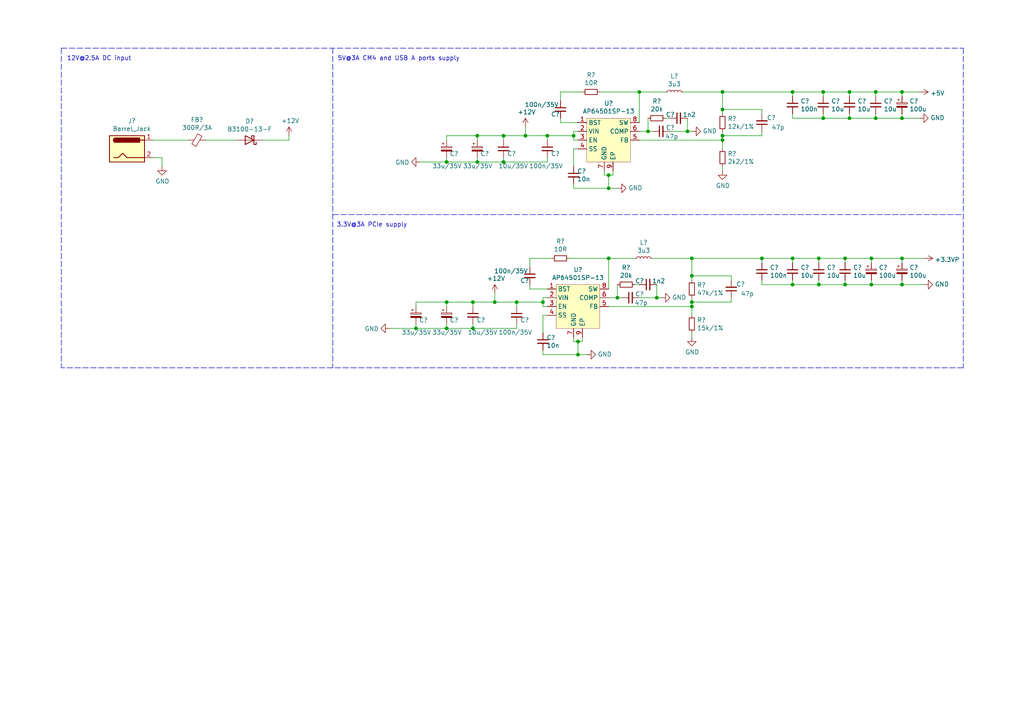
<source format=kicad_sch>
(kicad_sch (version 20201015) (generator eeschema)
  (paper "A4")
  (lib_symbols
    (symbol "Connector:Barrel_Jack" (pin_names (offset 1.016))
      (property "Reference" "J" (at 0 5.334 0))
      (property "Value" "Barrel_Jack" (at 0 -5.08 0))
      (symbol "Barrel_Jack_0_1"
        (arc (start -3.302 3.175) (end -3.302 1.905) (radius (at -3.302 2.54) (length 0.635) (angles 90.1 -90.1)) (stroke (width 0.254)) (fill (type outline)))
        (arc (start -3.302 3.175) (end -3.302 1.905) (radius (at -3.302 2.54) (length 0.635) (angles 90.1 -90.1)) (stroke (width 0.254)))
        (rectangle (start -5.08 3.81) (end 5.08 -3.81) (stroke (width 0.254)) (fill (type background)))
        (rectangle (start 3.683 3.175) (end -3.302 1.905) (stroke (width 0.254)) (fill (type outline)))
        (polyline (pts (xy 5.08 2.54) (xy 3.81 2.54)) (stroke (width 0.254)))
        (polyline (pts (xy -3.81 -2.54) (xy -2.54 -2.54) (xy -1.27 -1.27) (xy 0 -2.54) (xy 2.54 -2.54) (xy 5.08 -2.54)) (stroke (width 0.254)))
      )
      (symbol "Barrel_Jack_1_1"
        (pin passive line (at 7.62 2.54 180) (length 2.54) (name "~") (number "1"))
        (pin passive line (at 7.62 -2.54 180) (length 2.54) (name "~") (number "2"))
      )
    )
    (symbol "Device:CP_Small" (pin_numbers hide) (pin_names (offset 0.254) hide)
      (property "Reference" "C" (at 0.254 1.778 0))
      (property "Value" "CP_Small" (at 0.254 -2.032 0))
      (symbol "CP_Small_0_1"
        (rectangle (start -1.524 -0.3048) (end 1.524 -0.6858) (fill (type outline)))
        (rectangle (start -1.524 0.6858) (end 1.524 0.3048))
        (polyline (pts (xy -1.27 1.524) (xy -0.762 1.524)))
        (polyline (pts (xy -1.016 1.27) (xy -1.016 1.778)))
      )
      (symbol "CP_Small_1_1"
        (pin passive line (at 0 2.54 270) (length 1.8542) (name "~") (number "1"))
        (pin passive line (at 0 -2.54 90) (length 1.8542) (name "~") (number "2"))
      )
    )
    (symbol "Device:C_Small" (pin_numbers hide) (pin_names (offset 0.254) hide)
      (property "Reference" "C" (at 0.254 1.778 0))
      (property "Value" "C_Small" (at 0.254 -2.032 0))
      (symbol "C_Small_0_1"
        (polyline (pts (xy -1.524 -0.508) (xy 1.524 -0.508)) (stroke (width 0.3302)))
        (polyline (pts (xy -1.524 0.508) (xy 1.524 0.508)) (stroke (width 0.3048)))
      )
      (symbol "C_Small_1_1"
        (pin passive line (at 0 2.54 270) (length 2.032) (name "~") (number "1"))
        (pin passive line (at 0 -2.54 90) (length 2.032) (name "~") (number "2"))
      )
    )
    (symbol "Device:D_Schottky" (pin_numbers hide) (pin_names (offset 1.016) hide)
      (property "Reference" "D" (at 0 2.54 0))
      (property "Value" "D_Schottky" (at 0 -2.54 0))
      (symbol "D_Schottky_0_1"
        (polyline (pts (xy 1.27 0) (xy -1.27 0)))
        (polyline (pts (xy 1.27 1.27) (xy 1.27 -1.27) (xy -1.27 0) (xy 1.27 1.27)) (stroke (width 0.254)))
        (polyline (pts (xy -1.905 0.635) (xy -1.905 1.27) (xy -1.27 1.27) (xy -1.27 -1.27) (xy -0.635 -1.27) (xy -0.635 -0.635)) (stroke (width 0.254)))
      )
      (symbol "D_Schottky_1_1"
        (pin passive line (at -3.81 0 0) (length 2.54) (name "K") (number "1"))
        (pin passive line (at 3.81 0 180) (length 2.54) (name "A") (number "2"))
      )
    )
    (symbol "Device:Ferrite_Bead_Small" (pin_numbers hide) (pin_names (offset 0))
      (property "Reference" "FB" (at 1.905 1.27 0))
      (property "Value" "Ferrite_Bead_Small" (at 1.905 -1.27 0))
      (symbol "Ferrite_Bead_Small_0_1"
        (polyline (pts (xy 0 -1.27) (xy 0 -0.7874)))
        (polyline (pts (xy 0 0.889) (xy 0 1.2954)))
        (polyline (pts (xy -1.8288 0.2794) (xy -1.1176 1.4986) (xy 1.8288 -0.2032) (xy 1.1176 -1.4224) (xy -1.8288 0.2794)))
      )
      (symbol "Ferrite_Bead_Small_1_1"
        (pin passive line (at 0 2.54 270) (length 1.27) (name "~") (number "1"))
        (pin passive line (at 0 -2.54 90) (length 1.27) (name "~") (number "2"))
      )
    )
    (symbol "Device:L_Small" (pin_numbers hide) (pin_names (offset 0.254) hide)
      (property "Reference" "L" (at 0.762 1.016 0))
      (property "Value" "L_Small" (at 0.762 -1.016 0))
      (symbol "L_Small_0_1"
        (arc (start 0 -2.032) (end 0 -1.016) (radius (at 0 -1.524) (length 0.508) (angles -89.9 89.9)))
        (arc (start 0 -1.016) (end 0 0) (radius (at 0 -0.508) (length 0.508) (angles -89.9 89.9)))
        (arc (start 0 0) (end 0 1.016) (radius (at 0 0.508) (length 0.508) (angles -89.9 89.9)))
        (arc (start 0 1.016) (end 0 2.032) (radius (at 0 1.524) (length 0.508) (angles -89.9 89.9)))
      )
      (symbol "L_Small_1_1"
        (pin passive line (at 0 2.54 270) (length 0.508) (name "~") (number "1"))
        (pin passive line (at 0 -2.54 90) (length 0.508) (name "~") (number "2"))
      )
    )
    (symbol "Device:R_Small" (pin_numbers hide) (pin_names (offset 0.254) hide)
      (property "Reference" "R" (at 0.762 0.508 0))
      (property "Value" "R_Small" (at 0.762 -1.016 0))
      (symbol "R_Small_0_1"
        (rectangle (start -0.762 1.778) (end 0.762 -1.778) (stroke (width 0.2032)))
      )
      (symbol "R_Small_1_1"
        (pin passive line (at 0 2.54 270) (length 0.762) (name "~") (number "1"))
        (pin passive line (at 0 -2.54 90) (length 0.762) (name "~") (number "2"))
      )
    )
    (symbol "LightBlue:AP64501SP-13"
      (property "Reference" "U" (at 0 10.16 0))
      (property "Value" "AP64501SP-13" (at 0 7.62 0))
      (symbol "AP64501SP-13_0_1"
        (rectangle (start -6.35 6.35) (end 6.35 -6.35) (stroke (width 0.001)) (fill (type background)))
      )
      (symbol "AP64501SP-13_1_1"
        (pin passive line (at -8.89 5.08 0) (length 2.54) (name "BST") (number "1"))
        (pin power_in line (at -8.89 2.54 0) (length 2.54) (name "VIN") (number "2"))
        (pin input line (at -8.89 0 0) (length 2.54) (name "EN") (number "3"))
        (pin input line (at -8.89 -2.54 0) (length 2.54) (name "SS") (number "4"))
        (pin input line (at 8.89 0 180) (length 2.54) (name "FB") (number "5"))
        (pin input line (at 8.89 2.54 180) (length 2.54) (name "COMP") (number "6"))
        (pin input line (at -1.27 -8.89 90) (length 2.54) (name "GND") (number "7"))
        (pin input line (at 8.89 5.08 180) (length 2.54) (name "SW") (number "8"))
        (pin input line (at 1.27 -8.89 90) (length 2.54) (name "EP") (number "9"))
      )
    )
    (symbol "power:+12V" (power) (pin_names (offset 0))
      (property "Value" "+12V" (at 0 3.556 0))
      (symbol "+12V_0_1"
        (polyline (pts (xy -0.762 1.27) (xy 0 2.54)))
        (polyline (pts (xy 0 0) (xy 0 2.54)))
        (polyline (pts (xy 0 2.54) (xy 0.762 1.27)))
      )
      (symbol "+12V_1_1"
        (pin power_in line (at 0 0 90) (length 0) hide (name "+12V") (number "1"))
      )
    )
    (symbol "power:+3.3VP" (power) (pin_names (offset 0))
      (property "Value" "+3.3VP" (at 0 2.54 0))
      (symbol "+3.3VP_0_0"
        (pin power_in line (at 0 0 90) (length 0) hide (name "+3.3VP") (number "1"))
      )
      (symbol "+3.3VP_0_1"
        (polyline (pts (xy -0.762 1.27) (xy 0 2.54)))
        (polyline (pts (xy 0 0) (xy 0 2.54)))
        (polyline (pts (xy 0 2.54) (xy 0.762 1.27)))
      )
    )
    (symbol "power:+5V" (power) (pin_names (offset 0))
      (property "Value" "+5V" (at 0 3.556 0))
      (symbol "+5V_0_1"
        (polyline (pts (xy -0.762 1.27) (xy 0 2.54)))
        (polyline (pts (xy 0 0) (xy 0 2.54)))
        (polyline (pts (xy 0 2.54) (xy 0.762 1.27)))
      )
      (symbol "+5V_1_1"
        (pin power_in line (at 0 0 90) (length 0) hide (name "+5V") (number "1"))
      )
    )
    (symbol "power:GND" (power) (pin_names (offset 0))
      (property "Value" "GND" (at 0 -3.81 0))
      (symbol "GND_0_1"
        (polyline (pts (xy 0 0) (xy 0 -1.27) (xy 1.27 -1.27) (xy 0 -2.54) (xy -1.27 -1.27) (xy 0 -1.27)))
      )
      (symbol "GND_1_1"
        (pin power_in line (at 0 0 270) (length 0) hide (name "GND") (number "1"))
      )
    )
  )
  (junction (at 120.65 95.25) (diameter 0.9144))
  (junction (at 129.54 46.99) (diameter 0.9144))
  (junction (at 129.54 87.63) (diameter 0.9144))
  (junction (at 129.54 95.25) (diameter 0.9144))
  (junction (at 137.16 87.63) (diameter 0.9144))
  (junction (at 137.16 95.25) (diameter 0.9144))
  (junction (at 138.43 39.37) (diameter 0.9144))
  (junction (at 138.43 46.99) (diameter 0.9144))
  (junction (at 143.51 87.63) (diameter 0.9144))
  (junction (at 146.05 39.37) (diameter 0.9144))
  (junction (at 146.05 46.99) (diameter 0.9144))
  (junction (at 149.86 87.63) (diameter 0.9144))
  (junction (at 152.4 39.37) (diameter 0.9144))
  (junction (at 157.48 87.63) (diameter 0.9144))
  (junction (at 158.75 39.37) (diameter 0.9144))
  (junction (at 166.37 39.37) (diameter 0.9144))
  (junction (at 167.64 99.06) (diameter 0.9144))
  (junction (at 167.64 102.87) (diameter 0.9144))
  (junction (at 176.53 50.8) (diameter 0.9144))
  (junction (at 176.53 54.61) (diameter 0.9144))
  (junction (at 176.53 74.93) (diameter 0.9144))
  (junction (at 179.07 86.36) (diameter 0.9144))
  (junction (at 185.42 26.67) (diameter 0.9144))
  (junction (at 187.96 38.1) (diameter 0.9144))
  (junction (at 190.5 86.36) (diameter 0.9144))
  (junction (at 199.39 38.1) (diameter 0.9144))
  (junction (at 200.66 74.93) (diameter 0.9144))
  (junction (at 200.66 80.01) (diameter 0.9144))
  (junction (at 200.66 87.63) (diameter 0.9144))
  (junction (at 200.66 88.9) (diameter 0.9144))
  (junction (at 209.55 26.67) (diameter 0.9144))
  (junction (at 209.55 31.75) (diameter 0.9144))
  (junction (at 209.55 39.37) (diameter 0.9144))
  (junction (at 209.55 40.64) (diameter 0.9144))
  (junction (at 220.98 74.93) (diameter 0.9144))
  (junction (at 229.87 26.67) (diameter 0.9144))
  (junction (at 229.87 74.93) (diameter 0.9144))
  (junction (at 229.87 82.55) (diameter 0.9144))
  (junction (at 237.49 74.93) (diameter 0.9144))
  (junction (at 237.49 82.55) (diameter 0.9144))
  (junction (at 238.76 26.67) (diameter 0.9144))
  (junction (at 238.76 34.29) (diameter 0.9144))
  (junction (at 245.11 74.93) (diameter 0.9144))
  (junction (at 245.11 82.55) (diameter 0.9144))
  (junction (at 246.38 26.67) (diameter 0.9144))
  (junction (at 246.38 34.29) (diameter 0.9144))
  (junction (at 252.73 74.93) (diameter 0.9144))
  (junction (at 252.73 82.55) (diameter 0.9144))
  (junction (at 254 26.67) (diameter 0.9144))
  (junction (at 254 34.29) (diameter 0.9144))
  (junction (at 261.62 26.67) (diameter 0.9144))
  (junction (at 261.62 34.29) (diameter 0.9144))
  (junction (at 261.62 74.93) (diameter 0.9144))
  (junction (at 261.62 82.55) (diameter 0.9144))
  (wire (pts (xy 44.45 40.64) (xy 54.61 40.64)))
  (wire (pts (xy 44.45 45.72) (xy 46.99 45.72)))
  (wire (pts (xy 46.99 45.72) (xy 46.99 48.26)))
  (wire (pts (xy 59.69 40.64) (xy 68.58 40.64)))
  (wire (pts (xy 76.2 40.64) (xy 83.82 40.64)))
  (wire (pts (xy 83.82 39.37) (xy 83.82 40.64)))
  (wire (pts (xy 113.03 95.25) (xy 120.65 95.25)))
  (wire (pts (xy 120.65 87.63) (xy 120.65 88.9)))
  (wire (pts (xy 120.65 93.98) (xy 120.65 95.25)))
  (wire (pts (xy 120.65 95.25) (xy 129.54 95.25)))
  (wire (pts (xy 121.92 46.99) (xy 129.54 46.99)))
  (wire (pts (xy 129.54 39.37) (xy 129.54 40.64)))
  (wire (pts (xy 129.54 45.72) (xy 129.54 46.99)))
  (wire (pts (xy 129.54 46.99) (xy 138.43 46.99)))
  (wire (pts (xy 129.54 87.63) (xy 120.65 87.63)))
  (wire (pts (xy 129.54 87.63) (xy 129.54 88.9)))
  (wire (pts (xy 129.54 93.98) (xy 129.54 95.25)))
  (wire (pts (xy 129.54 95.25) (xy 137.16 95.25)))
  (wire (pts (xy 137.16 87.63) (xy 129.54 87.63)))
  (wire (pts (xy 137.16 87.63) (xy 137.16 88.9)))
  (wire (pts (xy 137.16 93.98) (xy 137.16 95.25)))
  (wire (pts (xy 137.16 95.25) (xy 149.86 95.25)))
  (wire (pts (xy 138.43 39.37) (xy 129.54 39.37)))
  (wire (pts (xy 138.43 39.37) (xy 138.43 40.64)))
  (wire (pts (xy 138.43 45.72) (xy 138.43 46.99)))
  (wire (pts (xy 138.43 46.99) (xy 146.05 46.99)))
  (wire (pts (xy 143.51 85.09) (xy 143.51 87.63)))
  (wire (pts (xy 143.51 87.63) (xy 137.16 87.63)))
  (wire (pts (xy 146.05 39.37) (xy 138.43 39.37)))
  (wire (pts (xy 146.05 39.37) (xy 146.05 40.64)))
  (wire (pts (xy 146.05 45.72) (xy 146.05 46.99)))
  (wire (pts (xy 146.05 46.99) (xy 158.75 46.99)))
  (wire (pts (xy 149.86 87.63) (xy 143.51 87.63)))
  (wire (pts (xy 149.86 87.63) (xy 149.86 88.9)))
  (wire (pts (xy 149.86 93.98) (xy 149.86 95.25)))
  (wire (pts (xy 152.4 36.83) (xy 152.4 39.37)))
  (wire (pts (xy 152.4 39.37) (xy 146.05 39.37)))
  (wire (pts (xy 153.67 74.93) (xy 160.02 74.93)))
  (wire (pts (xy 153.67 77.47) (xy 153.67 74.93)))
  (wire (pts (xy 153.67 83.82) (xy 153.67 82.55)))
  (wire (pts (xy 157.48 86.36) (xy 158.75 86.36)))
  (wire (pts (xy 157.48 87.63) (xy 149.86 87.63)))
  (wire (pts (xy 157.48 87.63) (xy 157.48 86.36)))
  (wire (pts (xy 157.48 88.9) (xy 157.48 87.63)))
  (wire (pts (xy 157.48 91.44) (xy 157.48 96.52)))
  (wire (pts (xy 157.48 101.6) (xy 157.48 102.87)))
  (wire (pts (xy 157.48 102.87) (xy 167.64 102.87)))
  (wire (pts (xy 158.75 39.37) (xy 152.4 39.37)))
  (wire (pts (xy 158.75 39.37) (xy 158.75 40.64)))
  (wire (pts (xy 158.75 45.72) (xy 158.75 46.99)))
  (wire (pts (xy 158.75 83.82) (xy 153.67 83.82)))
  (wire (pts (xy 158.75 88.9) (xy 157.48 88.9)))
  (wire (pts (xy 158.75 91.44) (xy 157.48 91.44)))
  (wire (pts (xy 162.56 26.67) (xy 168.91 26.67)))
  (wire (pts (xy 162.56 29.21) (xy 162.56 26.67)))
  (wire (pts (xy 162.56 35.56) (xy 162.56 34.29)))
  (wire (pts (xy 165.1 74.93) (xy 176.53 74.93)))
  (wire (pts (xy 166.37 38.1) (xy 167.64 38.1)))
  (wire (pts (xy 166.37 39.37) (xy 158.75 39.37)))
  (wire (pts (xy 166.37 39.37) (xy 166.37 38.1)))
  (wire (pts (xy 166.37 40.64) (xy 166.37 39.37)))
  (wire (pts (xy 166.37 43.18) (xy 166.37 48.26)))
  (wire (pts (xy 166.37 53.34) (xy 166.37 54.61)))
  (wire (pts (xy 166.37 54.61) (xy 176.53 54.61)))
  (wire (pts (xy 166.37 97.79) (xy 166.37 99.06)))
  (wire (pts (xy 166.37 99.06) (xy 167.64 99.06)))
  (wire (pts (xy 167.64 35.56) (xy 162.56 35.56)))
  (wire (pts (xy 167.64 40.64) (xy 166.37 40.64)))
  (wire (pts (xy 167.64 43.18) (xy 166.37 43.18)))
  (wire (pts (xy 167.64 99.06) (xy 168.91 99.06)))
  (wire (pts (xy 167.64 102.87) (xy 167.64 99.06)))
  (wire (pts (xy 167.64 102.87) (xy 170.18 102.87)))
  (wire (pts (xy 168.91 99.06) (xy 168.91 97.79)))
  (wire (pts (xy 173.99 26.67) (xy 185.42 26.67)))
  (wire (pts (xy 175.26 49.53) (xy 175.26 50.8)))
  (wire (pts (xy 175.26 50.8) (xy 176.53 50.8)))
  (wire (pts (xy 176.53 50.8) (xy 177.8 50.8)))
  (wire (pts (xy 176.53 54.61) (xy 176.53 50.8)))
  (wire (pts (xy 176.53 54.61) (xy 179.07 54.61)))
  (wire (pts (xy 176.53 74.93) (xy 184.15 74.93)))
  (wire (pts (xy 176.53 83.82) (xy 176.53 74.93)))
  (wire (pts (xy 176.53 86.36) (xy 179.07 86.36)))
  (wire (pts (xy 176.53 88.9) (xy 200.66 88.9)))
  (wire (pts (xy 177.8 50.8) (xy 177.8 49.53)))
  (wire (pts (xy 179.07 82.55) (xy 179.07 86.36)))
  (wire (pts (xy 179.07 86.36) (xy 180.34 86.36)))
  (wire (pts (xy 184.15 82.55) (xy 185.42 82.55)))
  (wire (pts (xy 185.42 26.67) (xy 193.04 26.67)))
  (wire (pts (xy 185.42 35.56) (xy 185.42 26.67)))
  (wire (pts (xy 185.42 38.1) (xy 187.96 38.1)))
  (wire (pts (xy 185.42 40.64) (xy 209.55 40.64)))
  (wire (pts (xy 187.96 34.29) (xy 187.96 38.1)))
  (wire (pts (xy 187.96 38.1) (xy 189.23 38.1)))
  (wire (pts (xy 189.23 74.93) (xy 200.66 74.93)))
  (wire (pts (xy 190.5 82.55) (xy 190.5 86.36)))
  (wire (pts (xy 190.5 86.36) (xy 185.42 86.36)))
  (wire (pts (xy 190.5 86.36) (xy 191.77 86.36)))
  (wire (pts (xy 193.04 34.29) (xy 194.31 34.29)))
  (wire (pts (xy 198.12 26.67) (xy 209.55 26.67)))
  (wire (pts (xy 199.39 34.29) (xy 199.39 38.1)))
  (wire (pts (xy 199.39 38.1) (xy 194.31 38.1)))
  (wire (pts (xy 199.39 38.1) (xy 200.66 38.1)))
  (wire (pts (xy 200.66 74.93) (xy 200.66 80.01)))
  (wire (pts (xy 200.66 74.93) (xy 220.98 74.93)))
  (wire (pts (xy 200.66 80.01) (xy 200.66 81.28)))
  (wire (pts (xy 200.66 80.01) (xy 212.09 80.01)))
  (wire (pts (xy 200.66 87.63) (xy 200.66 86.36)))
  (wire (pts (xy 200.66 87.63) (xy 212.09 87.63)))
  (wire (pts (xy 200.66 88.9) (xy 200.66 87.63)))
  (wire (pts (xy 200.66 88.9) (xy 200.66 91.44)))
  (wire (pts (xy 200.66 96.52) (xy 200.66 97.79)))
  (wire (pts (xy 209.55 26.67) (xy 209.55 31.75)))
  (wire (pts (xy 209.55 26.67) (xy 229.87 26.67)))
  (wire (pts (xy 209.55 31.75) (xy 209.55 33.02)))
  (wire (pts (xy 209.55 31.75) (xy 220.98 31.75)))
  (wire (pts (xy 209.55 39.37) (xy 209.55 38.1)))
  (wire (pts (xy 209.55 39.37) (xy 220.98 39.37)))
  (wire (pts (xy 209.55 40.64) (xy 209.55 39.37)))
  (wire (pts (xy 209.55 40.64) (xy 209.55 43.18)))
  (wire (pts (xy 209.55 48.26) (xy 209.55 49.53)))
  (wire (pts (xy 212.09 81.28) (xy 212.09 80.01)))
  (wire (pts (xy 212.09 86.36) (xy 212.09 87.63)))
  (wire (pts (xy 220.98 33.02) (xy 220.98 31.75)))
  (wire (pts (xy 220.98 38.1) (xy 220.98 39.37)))
  (wire (pts (xy 220.98 74.93) (xy 220.98 76.2)))
  (wire (pts (xy 220.98 74.93) (xy 229.87 74.93)))
  (wire (pts (xy 220.98 81.28) (xy 220.98 82.55)))
  (wire (pts (xy 220.98 82.55) (xy 229.87 82.55)))
  (wire (pts (xy 229.87 26.67) (xy 229.87 27.94)))
  (wire (pts (xy 229.87 26.67) (xy 238.76 26.67)))
  (wire (pts (xy 229.87 33.02) (xy 229.87 34.29)))
  (wire (pts (xy 229.87 34.29) (xy 238.76 34.29)))
  (wire (pts (xy 229.87 74.93) (xy 229.87 76.2)))
  (wire (pts (xy 229.87 74.93) (xy 237.49 74.93)))
  (wire (pts (xy 229.87 81.28) (xy 229.87 82.55)))
  (wire (pts (xy 229.87 82.55) (xy 237.49 82.55)))
  (wire (pts (xy 237.49 74.93) (xy 237.49 76.2)))
  (wire (pts (xy 237.49 74.93) (xy 245.11 74.93)))
  (wire (pts (xy 237.49 81.28) (xy 237.49 82.55)))
  (wire (pts (xy 237.49 82.55) (xy 245.11 82.55)))
  (wire (pts (xy 238.76 26.67) (xy 238.76 27.94)))
  (wire (pts (xy 238.76 26.67) (xy 246.38 26.67)))
  (wire (pts (xy 238.76 33.02) (xy 238.76 34.29)))
  (wire (pts (xy 238.76 34.29) (xy 246.38 34.29)))
  (wire (pts (xy 245.11 74.93) (xy 245.11 76.2)))
  (wire (pts (xy 245.11 74.93) (xy 252.73 74.93)))
  (wire (pts (xy 245.11 81.28) (xy 245.11 82.55)))
  (wire (pts (xy 245.11 82.55) (xy 252.73 82.55)))
  (wire (pts (xy 246.38 26.67) (xy 246.38 27.94)))
  (wire (pts (xy 246.38 26.67) (xy 254 26.67)))
  (wire (pts (xy 246.38 33.02) (xy 246.38 34.29)))
  (wire (pts (xy 246.38 34.29) (xy 254 34.29)))
  (wire (pts (xy 252.73 74.93) (xy 261.62 74.93)))
  (wire (pts (xy 252.73 76.2) (xy 252.73 74.93)))
  (wire (pts (xy 252.73 81.28) (xy 252.73 82.55)))
  (wire (pts (xy 252.73 82.55) (xy 261.62 82.55)))
  (wire (pts (xy 254 26.67) (xy 254 27.94)))
  (wire (pts (xy 254 26.67) (xy 261.62 26.67)))
  (wire (pts (xy 254 33.02) (xy 254 34.29)))
  (wire (pts (xy 254 34.29) (xy 261.62 34.29)))
  (wire (pts (xy 261.62 26.67) (xy 266.7 26.67)))
  (wire (pts (xy 261.62 27.94) (xy 261.62 26.67)))
  (wire (pts (xy 261.62 33.02) (xy 261.62 34.29)))
  (wire (pts (xy 261.62 34.29) (xy 266.7 34.29)))
  (wire (pts (xy 261.62 74.93) (xy 267.97 74.93)))
  (wire (pts (xy 261.62 76.2) (xy 261.62 74.93)))
  (wire (pts (xy 261.62 81.28) (xy 261.62 82.55)))
  (wire (pts (xy 261.62 82.55) (xy 267.97 82.55)))
  (polyline (pts (xy 17.78 13.97) (xy 17.78 106.68)) (stroke (width 0) (type dash)))
  (polyline (pts (xy 17.78 13.97) (xy 279.4 13.97)) (stroke (width 0) (type dash)))
  (polyline (pts (xy 96.52 13.97) (xy 96.52 106.68)) (stroke (width 0) (type dash)))
  (polyline (pts (xy 96.52 62.23) (xy 279.4 62.23)) (stroke (width 0) (type dash)))
  (polyline (pts (xy 279.4 13.97) (xy 279.4 106.68)) (stroke (width 0) (type dash)))
  (polyline (pts (xy 279.4 106.68) (xy 17.78 106.68)) (stroke (width 0) (type dash)))
  (text "12V@2.5A DC input" (at 38.1 17.78 180) (effects (font (size 1.27 1.27)) (justify right bottom)))
  (text "3.3V@3A PCIe supply" (at 118.11 66.04 180) (effects (font (size 1.27 1.27)) (justify right bottom)))
  (text "5V@3A CM4 and USB A ports supply" (at 133.35 17.78 180) (effects (font (size 1.27 1.27)) (justify right bottom)))
  (symbol (lib_id "Device:L_Small") (at 186.69 74.93 90) (unit 1)
    (property "Reference" "L?" (at 186.69 70.3388 90))
    (property "Value" "3u3" (at 186.69 72.638 90))
  )
  (symbol (lib_id "Device:L_Small") (at 195.58 26.67 90) (unit 1)
    (property "Reference" "L?" (at 195.58 22.0788 90))
    (property "Value" "3u3" (at 195.58 24.378 90))
  )
  (symbol (lib_id "power:+12V") (at 83.82 39.37 0) (unit 1)
    (property "Reference" "#PWR0204" (effects hide))
    (property "Value" "+12V" (at 84.1883 35.0456 0))
  )
  (symbol (lib_id "power:+12V") (at 143.51 85.09 0) (unit 1)
    (property "Reference" "#PWR0202" (effects hide))
    (property "Value" "+12V" (at 143.8783 80.7656 0))
  )
  (symbol (lib_id "power:+12V") (at 152.4 36.83 0) (unit 1)
    (property "Reference" "#PWR0190" (effects hide))
    (property "Value" "+12V" (at 152.7683 32.5056 0))
  )
  (symbol (lib_id "power:+5V") (at 266.7 26.67 270) (unit 1)
    (property "Reference" "#PWR0196" (effects hide))
    (property "Value" "+5V" (at 269.8751 27.0383 90) (effects (justify left)))
  )
  (symbol (lib_id "power:+3.3VP") (at 267.97 74.93 270) (unit 1)
    (property "Reference" "#PWR0194" (effects hide))
    (property "Value" "+3.3VP" (at 271.1451 75.2983 90) (effects (justify left)))
  )
  (symbol (lib_id "power:GND") (at 46.99 48.26 0) (unit 1)
    (property "Reference" "#PWR0205" (effects hide))
    (property "Value" "GND" (at 47.1043 52.5844 0))
  )
  (symbol (lib_id "power:GND") (at 113.03 95.25 270) (unit 1)
    (property "Reference" "#PWR0203" (effects hide))
    (property "Value" "GND" (at 109.855 95.3643 90) (effects (justify right)))
  )
  (symbol (lib_id "power:GND") (at 121.92 46.99 270) (unit 1)
    (property "Reference" "#PWR0198" (effects hide))
    (property "Value" "GND" (at 118.745 47.1043 90) (effects (justify right)))
  )
  (symbol (lib_id "power:GND") (at 170.18 102.87 90) (unit 1)
    (property "Reference" "#PWR0200" (effects hide))
    (property "Value" "GND" (at 173.3551 102.7557 90) (effects (justify right)))
  )
  (symbol (lib_id "power:GND") (at 179.07 54.61 90) (unit 1)
    (property "Reference" "#PWR0193" (effects hide))
    (property "Value" "GND" (at 182.2451 54.4957 90) (effects (justify right)))
  )
  (symbol (lib_id "power:GND") (at 191.77 86.36 90) (unit 1)
    (property "Reference" "#PWR0192" (effects hide))
    (property "Value" "GND" (at 194.9451 86.2457 90) (effects (justify right)))
  )
  (symbol (lib_id "power:GND") (at 200.66 38.1 90) (unit 1)
    (property "Reference" "#PWR0191" (effects hide))
    (property "Value" "GND" (at 203.8351 37.9857 90) (effects (justify right)))
  )
  (symbol (lib_id "power:GND") (at 200.66 97.79 0) (unit 1)
    (property "Reference" "#PWR0199" (effects hide))
    (property "Value" "GND" (at 200.7743 102.1144 0))
  )
  (symbol (lib_id "power:GND") (at 209.55 49.53 0) (unit 1)
    (property "Reference" "#PWR0201" (effects hide))
    (property "Value" "GND" (at 209.6643 53.8544 0))
  )
  (symbol (lib_id "power:GND") (at 266.7 34.29 90) (unit 1)
    (property "Reference" "#PWR0197" (effects hide))
    (property "Value" "GND" (at 269.8751 34.1757 90) (effects (justify right)))
  )
  (symbol (lib_id "power:GND") (at 267.97 82.55 90) (unit 1)
    (property "Reference" "#PWR0195" (effects hide))
    (property "Value" "GND" (at 271.1451 82.4357 90) (effects (justify right)))
  )
  (symbol (lib_id "Device:R_Small") (at 162.56 74.93 90) (unit 1)
    (property "Reference" "R?" (at 162.56 69.9832 90))
    (property "Value" "10R" (at 162.56 72.282 90))
  )
  (symbol (lib_id "Device:R_Small") (at 171.45 26.67 90) (unit 1)
    (property "Reference" "R?" (at 171.45 21.7232 90))
    (property "Value" "10R" (at 171.45 24.022 90))
  )
  (symbol (lib_id "Device:R_Small") (at 181.61 82.55 90) (unit 1)
    (property "Reference" "R?" (at 181.61 77.6032 90))
    (property "Value" "20k" (at 181.61 79.902 90))
  )
  (symbol (lib_id "Device:R_Small") (at 190.5 34.29 90) (unit 1)
    (property "Reference" "R?" (at 190.5 29.3432 90))
    (property "Value" "20k" (at 190.5 31.642 90))
  )
  (symbol (lib_id "Device:R_Small") (at 200.66 83.82 180) (unit 1)
    (property "Reference" "R?" (at 202.1587 82.6706 0) (effects (justify right)))
    (property "Value" "47k/1%" (at 202.159 84.969 0) (effects (justify right)))
  )
  (symbol (lib_id "Device:R_Small") (at 200.66 93.98 180) (unit 1)
    (property "Reference" "R?" (at 202.1587 92.8306 0) (effects (justify right)))
    (property "Value" "15k/1%" (at 202.159 95.129 0) (effects (justify right)))
  )
  (symbol (lib_id "Device:R_Small") (at 209.55 35.56 180) (unit 1)
    (property "Reference" "R?" (at 211.0487 34.4106 0) (effects (justify right)))
    (property "Value" "12k/1%" (at 211.049 36.709 0) (effects (justify right)))
  )
  (symbol (lib_id "Device:R_Small") (at 209.55 45.72 180) (unit 1)
    (property "Reference" "R?" (at 211.0487 44.5706 0) (effects (justify right)))
    (property "Value" "2k2/1%" (at 211.049 46.869 0) (effects (justify right)))
  )
  (symbol (lib_id "Device:CP_Small") (at 120.65 91.44 0) (unit 1)
    (property "Reference" "C?" (at 121.5391 92.8306 0) (effects (justify left)))
    (property "Value" "33u/35V" (at 116.459 96.399 0) (effects (justify left)))
  )
  (symbol (lib_id "Device:CP_Small") (at 129.54 43.18 0) (unit 1)
    (property "Reference" "C?" (at 130.4291 44.5706 0) (effects (justify left)))
    (property "Value" "33u/35V" (at 125.349 48.139 0) (effects (justify left)))
  )
  (symbol (lib_id "Device:CP_Small") (at 129.54 91.44 0) (unit 1)
    (property "Reference" "C?" (at 130.4291 92.8306 0) (effects (justify left)))
    (property "Value" "33u/35V" (at 125.349 96.399 0) (effects (justify left)))
  )
  (symbol (lib_id "Device:CP_Small") (at 138.43 43.18 0) (unit 1)
    (property "Reference" "C?" (at 139.3191 44.5706 0) (effects (justify left)))
    (property "Value" "33u/35V" (at 134.239 48.139 0) (effects (justify left)))
  )
  (symbol (lib_id "Device:CP_Small") (at 252.73 78.74 0) (unit 1)
    (property "Reference" "C?" (at 254.8891 77.5906 0) (effects (justify left)))
    (property "Value" "100u" (at 254.889 79.889 0) (effects (justify left)))
  )
  (symbol (lib_id "Device:CP_Small") (at 261.62 30.48 0) (unit 1)
    (property "Reference" "C?" (at 263.7791 29.3306 0) (effects (justify left)))
    (property "Value" "100u" (at 263.779 31.629 0) (effects (justify left)))
  )
  (symbol (lib_id "Device:CP_Small") (at 261.62 78.74 0) (unit 1)
    (property "Reference" "C?" (at 263.7791 77.5906 0) (effects (justify left)))
    (property "Value" "100u" (at 263.779 79.889 0) (effects (justify left)))
  )
  (symbol (lib_id "Device:C_Small") (at 137.16 91.44 0) (unit 1)
    (property "Reference" "C?" (at 138.2142 92.8306 0) (effects (justify left)))
    (property "Value" "10u/35V" (at 135.674 96.399 0) (effects (justify left)))
  )
  (symbol (lib_id "Device:C_Small") (at 146.05 43.18 0) (unit 1)
    (property "Reference" "C?" (at 147.1042 44.5706 0) (effects (justify left)))
    (property "Value" "10u/35V" (at 144.564 48.139 0) (effects (justify left)))
  )
  (symbol (lib_id "Device:C_Small") (at 149.86 91.44 0) (unit 1)
    (property "Reference" "C?" (at 150.9142 92.8306 0) (effects (justify left)))
    (property "Value" "100n/35V" (at 144.564 96.399 0) (effects (justify left)))
  )
  (symbol (lib_id "Device:C_Small") (at 153.67 80.01 0) (unit 1)
    (property "Reference" "C?" (at 150.9142 81.4006 0) (effects (justify left)))
    (property "Value" "100n/35V" (at 143.294 78.619 0) (effects (justify left)))
  )
  (symbol (lib_id "Device:C_Small") (at 157.48 99.06 0) (unit 1)
    (property "Reference" "C?" (at 158.5342 97.9106 0) (effects (justify left)))
    (property "Value" "10n" (at 158.534 100.209 0) (effects (justify left)))
  )
  (symbol (lib_id "Device:C_Small") (at 158.75 43.18 0) (unit 1)
    (property "Reference" "C?" (at 159.8042 44.5706 0) (effects (justify left)))
    (property "Value" "100n/35V" (at 153.454 48.139 0) (effects (justify left)))
  )
  (symbol (lib_id "Device:C_Small") (at 162.56 31.75 0) (unit 1)
    (property "Reference" "C?" (at 159.8042 33.1406 0) (effects (justify left)))
    (property "Value" "100n/35V" (at 152.184 30.359 0) (effects (justify left)))
  )
  (symbol (lib_id "Device:C_Small") (at 166.37 50.8 0) (unit 1)
    (property "Reference" "C?" (at 167.4242 49.6506 0) (effects (justify left)))
    (property "Value" "10n" (at 167.424 51.949 0) (effects (justify left)))
  )
  (symbol (lib_id "Device:C_Small") (at 182.88 86.36 90) (unit 1)
    (property "Reference" "C?" (at 186.8106 85.3058 90) (effects (justify left)))
    (property "Value" "47p" (at 187.839 87.846 90) (effects (justify left)))
  )
  (symbol (lib_id "Device:C_Small") (at 187.96 82.55 90) (unit 1)
    (property "Reference" "C?" (at 186.8106 81.4958 90) (effects (justify left)))
    (property "Value" "1n2" (at 192.919 81.496 90) (effects (justify left)))
  )
  (symbol (lib_id "Device:C_Small") (at 191.77 38.1 90) (unit 1)
    (property "Reference" "C?" (at 195.7006 37.0458 90) (effects (justify left)))
    (property "Value" "47p" (at 196.729 39.586 90) (effects (justify left)))
  )
  (symbol (lib_id "Device:C_Small") (at 196.85 34.29 90) (unit 1)
    (property "Reference" "C?" (at 195.7006 33.2358 90) (effects (justify left)))
    (property "Value" "1n2" (at 201.809 33.236 90) (effects (justify left)))
  )
  (symbol (lib_id "Device:C_Small") (at 212.09 83.82 180) (unit 1)
    (property "Reference" "C?" (at 216.1158 82.4294 0) (effects (justify left)))
    (property "Value" "47p" (at 218.656 85.211 0) (effects (justify left)))
  )
  (symbol (lib_id "Device:C_Small") (at 220.98 35.56 180) (unit 1)
    (property "Reference" "C?" (at 225.0058 34.1694 0) (effects (justify left)))
    (property "Value" "47p" (at 227.546 36.951 0) (effects (justify left)))
  )
  (symbol (lib_id "Device:C_Small") (at 220.98 78.74 0) (unit 1)
    (property "Reference" "C?" (at 223.3042 77.5906 0) (effects (justify left)))
    (property "Value" "100n" (at 223.304 79.889 0) (effects (justify left)))
  )
  (symbol (lib_id "Device:C_Small") (at 229.87 30.48 0) (unit 1)
    (property "Reference" "C?" (at 232.1942 29.3306 0) (effects (justify left)))
    (property "Value" "100n" (at 232.194 31.629 0) (effects (justify left)))
  )
  (symbol (lib_id "Device:C_Small") (at 229.87 78.74 0) (unit 1)
    (property "Reference" "C?" (at 232.1942 77.5906 0) (effects (justify left)))
    (property "Value" "10u" (at 232.194 79.889 0) (effects (justify left)))
  )
  (symbol (lib_id "Device:C_Small") (at 237.49 78.74 0) (unit 1)
    (property "Reference" "C?" (at 239.8142 77.5906 0) (effects (justify left)))
    (property "Value" "10u" (at 239.814 79.889 0) (effects (justify left)))
  )
  (symbol (lib_id "Device:C_Small") (at 238.76 30.48 0) (unit 1)
    (property "Reference" "C?" (at 241.0842 29.3306 0) (effects (justify left)))
    (property "Value" "10u" (at 241.084 31.629 0) (effects (justify left)))
  )
  (symbol (lib_id "Device:C_Small") (at 245.11 78.74 0) (unit 1)
    (property "Reference" "C?" (at 247.4342 77.5906 0) (effects (justify left)))
    (property "Value" "10u" (at 247.434 79.889 0) (effects (justify left)))
  )
  (symbol (lib_id "Device:C_Small") (at 246.38 30.48 0) (unit 1)
    (property "Reference" "C?" (at 248.7042 29.3306 0) (effects (justify left)))
    (property "Value" "10u" (at 248.704 31.629 0) (effects (justify left)))
  )
  (symbol (lib_id "Device:C_Small") (at 254 30.48 0) (unit 1)
    (property "Reference" "C?" (at 256.3242 29.3306 0) (effects (justify left)))
    (property "Value" "10u" (at 256.324 31.629 0) (effects (justify left)))
  )
  (symbol (lib_id "Device:Ferrite_Bead_Small") (at 57.15 40.64 90) (unit 1)
    (property "Reference" "FB?" (at 57.15 34.728 90))
    (property "Value" "300R/3A" (at 57.15 37.0267 90))
  )
  (symbol (lib_id "Device:D_Schottky") (at 72.39 40.64 180) (unit 1)
    (property "Reference" "D?" (at 72.39 35.1598 0))
    (property "Value" "B3100-13-F" (at 72.39 37.4585 0))
  )
  (symbol (lib_id "Connector:Barrel_Jack") (at 36.83 43.18 0) (unit 1)
    (property "Reference" "J?" (at 38.227 35.0582 0))
    (property "Value" "Barrel_Jack" (at 38.227 37.3569 0))
  )
  (symbol (lib_id "LightBlue:AP64501SP-13") (at 167.64 88.9 0) (unit 1)
    (property "Reference" "U?" (at 167.64 78.2382 0))
    (property "Value" "AP64501SP-13" (at 167.64 80.5369 0))
    (property "Manufacturer" "Diodes" (effects hide))
    (property "PartNumber" "AP64501SP-13" (effects hide))
  )
  (symbol (lib_id "LightBlue:AP64501SP-13") (at 176.53 40.64 0) (unit 1)
    (property "Reference" "U?" (at 176.53 29.9782 0))
    (property "Value" "AP64501SP-13" (at 176.53 32.2769 0))
    (property "Manufacturer" "Diodes" (effects hide))
    (property "PartNumber" "AP64501SP-13" (effects hide))
  )
)
</source>
